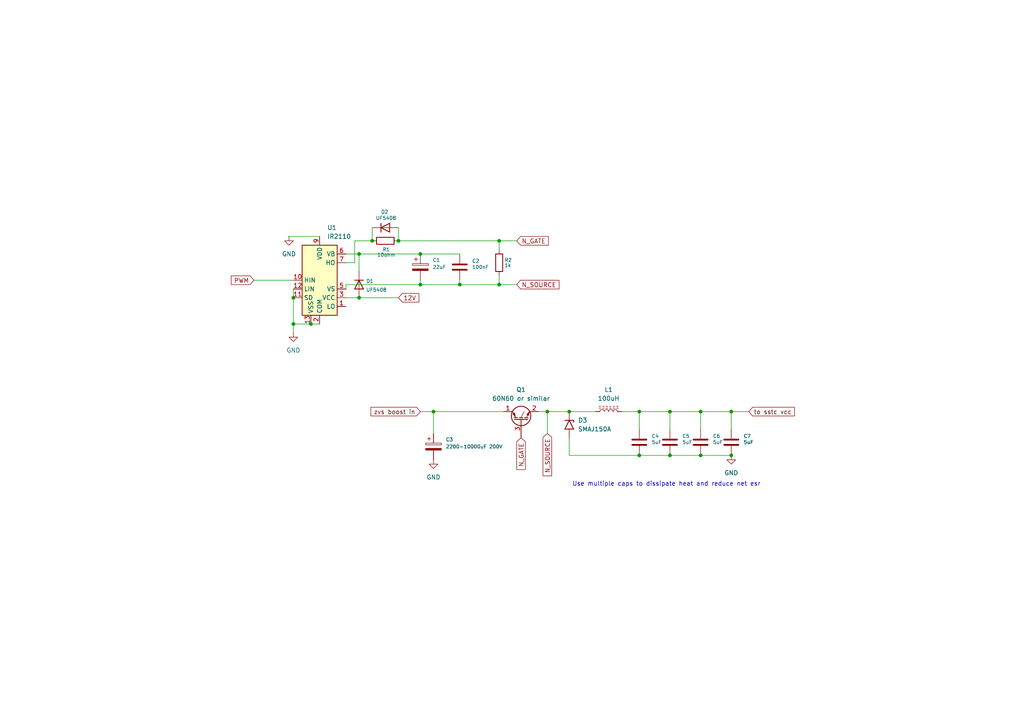
<source format=kicad_sch>
(kicad_sch
	(version 20231120)
	(generator "eeschema")
	(generator_version "8.0")
	(uuid "84b8da75-74e4-49dc-8b83-d4cdfed92ec2")
	(paper "A4")
	(title_block
		(title "QCW asynchronus buck converter")
		(company "Anmol Kumar")
	)
	(lib_symbols
		(symbol "Device:C"
			(pin_numbers hide)
			(pin_names
				(offset 0.254)
			)
			(exclude_from_sim no)
			(in_bom yes)
			(on_board yes)
			(property "Reference" "C"
				(at 0.635 2.54 0)
				(effects
					(font
						(size 1.27 1.27)
					)
					(justify left)
				)
			)
			(property "Value" "C"
				(at 0.635 -2.54 0)
				(effects
					(font
						(size 1.27 1.27)
					)
					(justify left)
				)
			)
			(property "Footprint" ""
				(at 0.9652 -3.81 0)
				(effects
					(font
						(size 1.27 1.27)
					)
					(hide yes)
				)
			)
			(property "Datasheet" "~"
				(at 0 0 0)
				(effects
					(font
						(size 1.27 1.27)
					)
					(hide yes)
				)
			)
			(property "Description" "Unpolarized capacitor"
				(at 0 0 0)
				(effects
					(font
						(size 1.27 1.27)
					)
					(hide yes)
				)
			)
			(property "ki_keywords" "cap capacitor"
				(at 0 0 0)
				(effects
					(font
						(size 1.27 1.27)
					)
					(hide yes)
				)
			)
			(property "ki_fp_filters" "C_*"
				(at 0 0 0)
				(effects
					(font
						(size 1.27 1.27)
					)
					(hide yes)
				)
			)
			(symbol "C_0_1"
				(polyline
					(pts
						(xy -2.032 -0.762) (xy 2.032 -0.762)
					)
					(stroke
						(width 0.508)
						(type default)
					)
					(fill
						(type none)
					)
				)
				(polyline
					(pts
						(xy -2.032 0.762) (xy 2.032 0.762)
					)
					(stroke
						(width 0.508)
						(type default)
					)
					(fill
						(type none)
					)
				)
			)
			(symbol "C_1_1"
				(pin passive line
					(at 0 3.81 270)
					(length 2.794)
					(name "~"
						(effects
							(font
								(size 1.27 1.27)
							)
						)
					)
					(number "1"
						(effects
							(font
								(size 1.27 1.27)
							)
						)
					)
				)
				(pin passive line
					(at 0 -3.81 90)
					(length 2.794)
					(name "~"
						(effects
							(font
								(size 1.27 1.27)
							)
						)
					)
					(number "2"
						(effects
							(font
								(size 1.27 1.27)
							)
						)
					)
				)
			)
		)
		(symbol "Device:C_Polarized"
			(pin_numbers hide)
			(pin_names
				(offset 0.254)
			)
			(exclude_from_sim no)
			(in_bom yes)
			(on_board yes)
			(property "Reference" "C"
				(at 0.635 2.54 0)
				(effects
					(font
						(size 1.27 1.27)
					)
					(justify left)
				)
			)
			(property "Value" "C_Polarized"
				(at 0.635 -2.54 0)
				(effects
					(font
						(size 1.27 1.27)
					)
					(justify left)
				)
			)
			(property "Footprint" ""
				(at 0.9652 -3.81 0)
				(effects
					(font
						(size 1.27 1.27)
					)
					(hide yes)
				)
			)
			(property "Datasheet" "~"
				(at 0 0 0)
				(effects
					(font
						(size 1.27 1.27)
					)
					(hide yes)
				)
			)
			(property "Description" "Polarized capacitor"
				(at 0 0 0)
				(effects
					(font
						(size 1.27 1.27)
					)
					(hide yes)
				)
			)
			(property "ki_keywords" "cap capacitor"
				(at 0 0 0)
				(effects
					(font
						(size 1.27 1.27)
					)
					(hide yes)
				)
			)
			(property "ki_fp_filters" "CP_*"
				(at 0 0 0)
				(effects
					(font
						(size 1.27 1.27)
					)
					(hide yes)
				)
			)
			(symbol "C_Polarized_0_1"
				(rectangle
					(start -2.286 0.508)
					(end 2.286 1.016)
					(stroke
						(width 0)
						(type default)
					)
					(fill
						(type none)
					)
				)
				(polyline
					(pts
						(xy -1.778 2.286) (xy -0.762 2.286)
					)
					(stroke
						(width 0)
						(type default)
					)
					(fill
						(type none)
					)
				)
				(polyline
					(pts
						(xy -1.27 2.794) (xy -1.27 1.778)
					)
					(stroke
						(width 0)
						(type default)
					)
					(fill
						(type none)
					)
				)
				(rectangle
					(start 2.286 -0.508)
					(end -2.286 -1.016)
					(stroke
						(width 0)
						(type default)
					)
					(fill
						(type outline)
					)
				)
			)
			(symbol "C_Polarized_1_1"
				(pin passive line
					(at 0 3.81 270)
					(length 2.794)
					(name "~"
						(effects
							(font
								(size 1.27 1.27)
							)
						)
					)
					(number "1"
						(effects
							(font
								(size 1.27 1.27)
							)
						)
					)
				)
				(pin passive line
					(at 0 -3.81 90)
					(length 2.794)
					(name "~"
						(effects
							(font
								(size 1.27 1.27)
							)
						)
					)
					(number "2"
						(effects
							(font
								(size 1.27 1.27)
							)
						)
					)
				)
			)
		)
		(symbol "Device:L_Ferrite"
			(pin_numbers hide)
			(pin_names
				(offset 1.016) hide)
			(exclude_from_sim no)
			(in_bom yes)
			(on_board yes)
			(property "Reference" "L"
				(at -1.27 0 90)
				(effects
					(font
						(size 1.27 1.27)
					)
				)
			)
			(property "Value" "L_Ferrite"
				(at 2.794 0 90)
				(effects
					(font
						(size 1.27 1.27)
					)
				)
			)
			(property "Footprint" ""
				(at 0 0 0)
				(effects
					(font
						(size 1.27 1.27)
					)
					(hide yes)
				)
			)
			(property "Datasheet" "~"
				(at 0 0 0)
				(effects
					(font
						(size 1.27 1.27)
					)
					(hide yes)
				)
			)
			(property "Description" "Inductor with ferrite core"
				(at 0 0 0)
				(effects
					(font
						(size 1.27 1.27)
					)
					(hide yes)
				)
			)
			(property "ki_keywords" "inductor choke coil reactor magnetic"
				(at 0 0 0)
				(effects
					(font
						(size 1.27 1.27)
					)
					(hide yes)
				)
			)
			(property "ki_fp_filters" "Choke_* *Coil* Inductor_* L_*"
				(at 0 0 0)
				(effects
					(font
						(size 1.27 1.27)
					)
					(hide yes)
				)
			)
			(symbol "L_Ferrite_0_1"
				(arc
					(start 0 -2.54)
					(mid 0.6323 -1.905)
					(end 0 -1.27)
					(stroke
						(width 0)
						(type default)
					)
					(fill
						(type none)
					)
				)
				(arc
					(start 0 -1.27)
					(mid 0.6323 -0.635)
					(end 0 0)
					(stroke
						(width 0)
						(type default)
					)
					(fill
						(type none)
					)
				)
				(polyline
					(pts
						(xy 1.016 -2.794) (xy 1.016 -2.286)
					)
					(stroke
						(width 0)
						(type default)
					)
					(fill
						(type none)
					)
				)
				(polyline
					(pts
						(xy 1.016 -1.778) (xy 1.016 -1.27)
					)
					(stroke
						(width 0)
						(type default)
					)
					(fill
						(type none)
					)
				)
				(polyline
					(pts
						(xy 1.016 -0.762) (xy 1.016 -0.254)
					)
					(stroke
						(width 0)
						(type default)
					)
					(fill
						(type none)
					)
				)
				(polyline
					(pts
						(xy 1.016 0.254) (xy 1.016 0.762)
					)
					(stroke
						(width 0)
						(type default)
					)
					(fill
						(type none)
					)
				)
				(polyline
					(pts
						(xy 1.016 1.27) (xy 1.016 1.778)
					)
					(stroke
						(width 0)
						(type default)
					)
					(fill
						(type none)
					)
				)
				(polyline
					(pts
						(xy 1.016 2.286) (xy 1.016 2.794)
					)
					(stroke
						(width 0)
						(type default)
					)
					(fill
						(type none)
					)
				)
				(polyline
					(pts
						(xy 1.524 -2.286) (xy 1.524 -2.794)
					)
					(stroke
						(width 0)
						(type default)
					)
					(fill
						(type none)
					)
				)
				(polyline
					(pts
						(xy 1.524 -1.27) (xy 1.524 -1.778)
					)
					(stroke
						(width 0)
						(type default)
					)
					(fill
						(type none)
					)
				)
				(polyline
					(pts
						(xy 1.524 -0.254) (xy 1.524 -0.762)
					)
					(stroke
						(width 0)
						(type default)
					)
					(fill
						(type none)
					)
				)
				(polyline
					(pts
						(xy 1.524 0.762) (xy 1.524 0.254)
					)
					(stroke
						(width 0)
						(type default)
					)
					(fill
						(type none)
					)
				)
				(polyline
					(pts
						(xy 1.524 1.778) (xy 1.524 1.27)
					)
					(stroke
						(width 0)
						(type default)
					)
					(fill
						(type none)
					)
				)
				(polyline
					(pts
						(xy 1.524 2.794) (xy 1.524 2.286)
					)
					(stroke
						(width 0)
						(type default)
					)
					(fill
						(type none)
					)
				)
				(arc
					(start 0 0)
					(mid 0.6323 0.635)
					(end 0 1.27)
					(stroke
						(width 0)
						(type default)
					)
					(fill
						(type none)
					)
				)
				(arc
					(start 0 1.27)
					(mid 0.6323 1.905)
					(end 0 2.54)
					(stroke
						(width 0)
						(type default)
					)
					(fill
						(type none)
					)
				)
			)
			(symbol "L_Ferrite_1_1"
				(pin passive line
					(at 0 3.81 270)
					(length 1.27)
					(name "1"
						(effects
							(font
								(size 1.27 1.27)
							)
						)
					)
					(number "1"
						(effects
							(font
								(size 1.27 1.27)
							)
						)
					)
				)
				(pin passive line
					(at 0 -3.81 90)
					(length 1.27)
					(name "2"
						(effects
							(font
								(size 1.27 1.27)
							)
						)
					)
					(number "2"
						(effects
							(font
								(size 1.27 1.27)
							)
						)
					)
				)
			)
		)
		(symbol "Device:Q_NIGBT_CEG"
			(pin_names
				(offset 0) hide)
			(exclude_from_sim no)
			(in_bom yes)
			(on_board yes)
			(property "Reference" "Q"
				(at 5.08 1.27 0)
				(effects
					(font
						(size 1.27 1.27)
					)
					(justify left)
				)
			)
			(property "Value" "Q_NIGBT_CEG"
				(at 5.08 -1.27 0)
				(effects
					(font
						(size 1.27 1.27)
					)
					(justify left)
				)
			)
			(property "Footprint" ""
				(at 5.08 2.54 0)
				(effects
					(font
						(size 1.27 1.27)
					)
					(hide yes)
				)
			)
			(property "Datasheet" "~"
				(at 0 0 0)
				(effects
					(font
						(size 1.27 1.27)
					)
					(hide yes)
				)
			)
			(property "Description" "N-IGBT transistor, collector/emitter/gate"
				(at 0 0 0)
				(effects
					(font
						(size 1.27 1.27)
					)
					(hide yes)
				)
			)
			(property "ki_keywords" "transistor IGBT N-IGBT"
				(at 0 0 0)
				(effects
					(font
						(size 1.27 1.27)
					)
					(hide yes)
				)
			)
			(symbol "Q_NIGBT_CEG_0_1"
				(polyline
					(pts
						(xy 0.762 -1.016) (xy 0.762 -2.032)
					)
					(stroke
						(width 0.254)
						(type default)
					)
					(fill
						(type none)
					)
				)
				(polyline
					(pts
						(xy 0.762 0.508) (xy 0.762 -0.508)
					)
					(stroke
						(width 0.254)
						(type default)
					)
					(fill
						(type none)
					)
				)
				(polyline
					(pts
						(xy 0.762 2.032) (xy 0.762 1.016)
					)
					(stroke
						(width 0.254)
						(type default)
					)
					(fill
						(type none)
					)
				)
				(polyline
					(pts
						(xy 2.54 -2.413) (xy 0.762 -1.524)
					)
					(stroke
						(width 0)
						(type default)
					)
					(fill
						(type none)
					)
				)
				(polyline
					(pts
						(xy 2.54 -0.889) (xy 0.762 0)
					)
					(stroke
						(width 0)
						(type default)
					)
					(fill
						(type none)
					)
				)
				(polyline
					(pts
						(xy 2.54 2.413) (xy 0.762 1.524)
					)
					(stroke
						(width 0)
						(type default)
					)
					(fill
						(type none)
					)
				)
				(polyline
					(pts
						(xy 0.254 1.905) (xy 0.254 -1.905) (xy 0.254 -1.905)
					)
					(stroke
						(width 0.254)
						(type default)
					)
					(fill
						(type none)
					)
				)
				(polyline
					(pts
						(xy 1.397 -2.159) (xy 1.651 -1.651) (xy 2.54 -2.413) (xy 1.397 -2.159)
					)
					(stroke
						(width 0)
						(type default)
					)
					(fill
						(type outline)
					)
				)
				(polyline
					(pts
						(xy 2.159 1.905) (xy 1.905 2.413) (xy 1.016 1.651) (xy 2.159 1.905)
					)
					(stroke
						(width 0)
						(type default)
					)
					(fill
						(type outline)
					)
				)
				(circle
					(center 1.27 0)
					(radius 2.8194)
					(stroke
						(width 0.254)
						(type default)
					)
					(fill
						(type none)
					)
				)
			)
			(symbol "Q_NIGBT_CEG_1_1"
				(pin passive line
					(at 2.54 5.08 270)
					(length 2.54)
					(name "C"
						(effects
							(font
								(size 1.27 1.27)
							)
						)
					)
					(number "1"
						(effects
							(font
								(size 1.27 1.27)
							)
						)
					)
				)
				(pin passive line
					(at 2.54 -5.08 90)
					(length 2.54)
					(name "E"
						(effects
							(font
								(size 1.27 1.27)
							)
						)
					)
					(number "2"
						(effects
							(font
								(size 1.27 1.27)
							)
						)
					)
				)
				(pin input line
					(at -5.08 0 0)
					(length 5.334)
					(name "G"
						(effects
							(font
								(size 1.27 1.27)
							)
						)
					)
					(number "3"
						(effects
							(font
								(size 1.27 1.27)
							)
						)
					)
				)
			)
		)
		(symbol "Device:R"
			(pin_numbers hide)
			(pin_names
				(offset 0)
			)
			(exclude_from_sim no)
			(in_bom yes)
			(on_board yes)
			(property "Reference" "R"
				(at 2.032 0 90)
				(effects
					(font
						(size 1.27 1.27)
					)
				)
			)
			(property "Value" "R"
				(at 0 0 90)
				(effects
					(font
						(size 1.27 1.27)
					)
				)
			)
			(property "Footprint" ""
				(at -1.778 0 90)
				(effects
					(font
						(size 1.27 1.27)
					)
					(hide yes)
				)
			)
			(property "Datasheet" "~"
				(at 0 0 0)
				(effects
					(font
						(size 1.27 1.27)
					)
					(hide yes)
				)
			)
			(property "Description" "Resistor"
				(at 0 0 0)
				(effects
					(font
						(size 1.27 1.27)
					)
					(hide yes)
				)
			)
			(property "ki_keywords" "R res resistor"
				(at 0 0 0)
				(effects
					(font
						(size 1.27 1.27)
					)
					(hide yes)
				)
			)
			(property "ki_fp_filters" "R_*"
				(at 0 0 0)
				(effects
					(font
						(size 1.27 1.27)
					)
					(hide yes)
				)
			)
			(symbol "R_0_1"
				(rectangle
					(start -1.016 -2.54)
					(end 1.016 2.54)
					(stroke
						(width 0.254)
						(type default)
					)
					(fill
						(type none)
					)
				)
			)
			(symbol "R_1_1"
				(pin passive line
					(at 0 3.81 270)
					(length 1.27)
					(name "~"
						(effects
							(font
								(size 1.27 1.27)
							)
						)
					)
					(number "1"
						(effects
							(font
								(size 1.27 1.27)
							)
						)
					)
				)
				(pin passive line
					(at 0 -3.81 90)
					(length 1.27)
					(name "~"
						(effects
							(font
								(size 1.27 1.27)
							)
						)
					)
					(number "2"
						(effects
							(font
								(size 1.27 1.27)
							)
						)
					)
				)
			)
		)
		(symbol "Diode:SMAJ150A"
			(pin_numbers hide)
			(pin_names
				(offset 1.016) hide)
			(exclude_from_sim no)
			(in_bom yes)
			(on_board yes)
			(property "Reference" "D"
				(at 0 2.54 0)
				(effects
					(font
						(size 1.27 1.27)
					)
				)
			)
			(property "Value" "SMAJ150A"
				(at 0 -2.54 0)
				(effects
					(font
						(size 1.27 1.27)
					)
				)
			)
			(property "Footprint" "Diode_SMD:D_SMA"
				(at 0 -5.08 0)
				(effects
					(font
						(size 1.27 1.27)
					)
					(hide yes)
				)
			)
			(property "Datasheet" "https://www.littelfuse.com/media?resourcetype=datasheets&itemid=75e32973-b177-4ee3-a0ff-cedaf1abdb93&filename=smaj-datasheet"
				(at -1.27 0 0)
				(effects
					(font
						(size 1.27 1.27)
					)
					(hide yes)
				)
			)
			(property "Description" "400W unidirectional Transient Voltage Suppressor, 150.0Vr, SMA(DO-214AC)"
				(at 0 0 0)
				(effects
					(font
						(size 1.27 1.27)
					)
					(hide yes)
				)
			)
			(property "ki_keywords" "unidirectional diode TVS voltage suppressor"
				(at 0 0 0)
				(effects
					(font
						(size 1.27 1.27)
					)
					(hide yes)
				)
			)
			(property "ki_fp_filters" "D*SMA*"
				(at 0 0 0)
				(effects
					(font
						(size 1.27 1.27)
					)
					(hide yes)
				)
			)
			(symbol "SMAJ150A_0_1"
				(polyline
					(pts
						(xy -0.762 1.27) (xy -1.27 1.27) (xy -1.27 -1.27)
					)
					(stroke
						(width 0.254)
						(type default)
					)
					(fill
						(type none)
					)
				)
				(polyline
					(pts
						(xy 1.27 1.27) (xy 1.27 -1.27) (xy -1.27 0) (xy 1.27 1.27)
					)
					(stroke
						(width 0.254)
						(type default)
					)
					(fill
						(type none)
					)
				)
			)
			(symbol "SMAJ150A_1_1"
				(pin passive line
					(at -3.81 0 0)
					(length 2.54)
					(name "A1"
						(effects
							(font
								(size 1.27 1.27)
							)
						)
					)
					(number "1"
						(effects
							(font
								(size 1.27 1.27)
							)
						)
					)
				)
				(pin passive line
					(at 3.81 0 180)
					(length 2.54)
					(name "A2"
						(effects
							(font
								(size 1.27 1.27)
							)
						)
					)
					(number "2"
						(effects
							(font
								(size 1.27 1.27)
							)
						)
					)
				)
			)
		)
		(symbol "Diode:UF5408"
			(pin_numbers hide)
			(pin_names hide)
			(exclude_from_sim no)
			(in_bom yes)
			(on_board yes)
			(property "Reference" "D"
				(at 0 2.54 0)
				(effects
					(font
						(size 1.27 1.27)
					)
				)
			)
			(property "Value" "UF5408"
				(at 0 -2.54 0)
				(effects
					(font
						(size 1.27 1.27)
					)
				)
			)
			(property "Footprint" "Diode_THT:D_DO-201AD_P15.24mm_Horizontal"
				(at 0 -4.445 0)
				(effects
					(font
						(size 1.27 1.27)
					)
					(hide yes)
				)
			)
			(property "Datasheet" "http://www.vishay.com/docs/88756/uf5400.pdf"
				(at 0 0 0)
				(effects
					(font
						(size 1.27 1.27)
					)
					(hide yes)
				)
			)
			(property "Description" "1000V 3A Soft Recovery Ultrafast Rectifier Diode, DO-201AD"
				(at 0 0 0)
				(effects
					(font
						(size 1.27 1.27)
					)
					(hide yes)
				)
			)
			(property "Sim.Device" "D"
				(at 0 0 0)
				(effects
					(font
						(size 1.27 1.27)
					)
					(hide yes)
				)
			)
			(property "Sim.Pins" "1=K 2=A"
				(at 0 0 0)
				(effects
					(font
						(size 1.27 1.27)
					)
					(hide yes)
				)
			)
			(property "ki_keywords" "diode"
				(at 0 0 0)
				(effects
					(font
						(size 1.27 1.27)
					)
					(hide yes)
				)
			)
			(property "ki_fp_filters" "D*DO?201AD*"
				(at 0 0 0)
				(effects
					(font
						(size 1.27 1.27)
					)
					(hide yes)
				)
			)
			(symbol "UF5408_0_1"
				(polyline
					(pts
						(xy -1.27 1.27) (xy -1.27 -1.27)
					)
					(stroke
						(width 0.254)
						(type default)
					)
					(fill
						(type none)
					)
				)
				(polyline
					(pts
						(xy 1.27 0) (xy -1.27 0)
					)
					(stroke
						(width 0)
						(type default)
					)
					(fill
						(type none)
					)
				)
				(polyline
					(pts
						(xy 1.27 1.27) (xy 1.27 -1.27) (xy -1.27 0) (xy 1.27 1.27)
					)
					(stroke
						(width 0.254)
						(type default)
					)
					(fill
						(type none)
					)
				)
			)
			(symbol "UF5408_1_1"
				(pin passive line
					(at -3.81 0 0)
					(length 2.54)
					(name "K"
						(effects
							(font
								(size 1.27 1.27)
							)
						)
					)
					(number "1"
						(effects
							(font
								(size 1.27 1.27)
							)
						)
					)
				)
				(pin passive line
					(at 3.81 0 180)
					(length 2.54)
					(name "A"
						(effects
							(font
								(size 1.27 1.27)
							)
						)
					)
					(number "2"
						(effects
							(font
								(size 1.27 1.27)
							)
						)
					)
				)
			)
		)
		(symbol "Driver_FET:IR2110"
			(exclude_from_sim no)
			(in_bom yes)
			(on_board yes)
			(property "Reference" "U"
				(at 1.27 13.335 0)
				(effects
					(font
						(size 1.27 1.27)
					)
					(justify left)
				)
			)
			(property "Value" "IR2110"
				(at 1.27 11.43 0)
				(effects
					(font
						(size 1.27 1.27)
					)
					(justify left)
				)
			)
			(property "Footprint" "Package_DIP:DIP-14_W7.62mm"
				(at 0 0 0)
				(effects
					(font
						(size 1.27 1.27)
						(italic yes)
					)
					(hide yes)
				)
			)
			(property "Datasheet" "https://www.infineon.com/dgdl/ir2110.pdf?fileId=5546d462533600a4015355c80333167e"
				(at 0 0 0)
				(effects
					(font
						(size 1.27 1.27)
					)
					(hide yes)
				)
			)
			(property "Description" "High and Low Side Driver, 500V, 2.0/2.0A, PDIP-14"
				(at 0 0 0)
				(effects
					(font
						(size 1.27 1.27)
					)
					(hide yes)
				)
			)
			(property "ki_keywords" "Gate Driver"
				(at 0 0 0)
				(effects
					(font
						(size 1.27 1.27)
					)
					(hide yes)
				)
			)
			(property "ki_fp_filters" "DIP*W7.62mm*"
				(at 0 0 0)
				(effects
					(font
						(size 1.27 1.27)
					)
					(hide yes)
				)
			)
			(symbol "IR2110_0_1"
				(rectangle
					(start -5.08 -10.16)
					(end 5.08 10.16)
					(stroke
						(width 0.254)
						(type default)
					)
					(fill
						(type background)
					)
				)
			)
			(symbol "IR2110_1_1"
				(pin output line
					(at 7.62 -7.62 180)
					(length 2.54)
					(name "LO"
						(effects
							(font
								(size 1.27 1.27)
							)
						)
					)
					(number "1"
						(effects
							(font
								(size 1.27 1.27)
							)
						)
					)
				)
				(pin input line
					(at -7.62 0 0)
					(length 2.54)
					(name "HIN"
						(effects
							(font
								(size 1.27 1.27)
							)
						)
					)
					(number "10"
						(effects
							(font
								(size 1.27 1.27)
							)
						)
					)
				)
				(pin input line
					(at -7.62 -5.08 0)
					(length 2.54)
					(name "SD"
						(effects
							(font
								(size 1.27 1.27)
							)
						)
					)
					(number "11"
						(effects
							(font
								(size 1.27 1.27)
							)
						)
					)
				)
				(pin input line
					(at -7.62 -2.54 0)
					(length 2.54)
					(name "LIN"
						(effects
							(font
								(size 1.27 1.27)
							)
						)
					)
					(number "12"
						(effects
							(font
								(size 1.27 1.27)
							)
						)
					)
				)
				(pin power_in line
					(at -2.54 -12.7 90)
					(length 2.54)
					(name "VSS"
						(effects
							(font
								(size 1.27 1.27)
							)
						)
					)
					(number "13"
						(effects
							(font
								(size 1.27 1.27)
							)
						)
					)
				)
				(pin no_connect line
					(at -5.08 2.54 0)
					(length 2.54) hide
					(name "NC"
						(effects
							(font
								(size 1.27 1.27)
							)
						)
					)
					(number "14"
						(effects
							(font
								(size 1.27 1.27)
							)
						)
					)
				)
				(pin power_in line
					(at 0 -12.7 90)
					(length 2.54)
					(name "COM"
						(effects
							(font
								(size 1.27 1.27)
							)
						)
					)
					(number "2"
						(effects
							(font
								(size 1.27 1.27)
							)
						)
					)
				)
				(pin power_in line
					(at 7.62 -5.08 180)
					(length 2.54)
					(name "VCC"
						(effects
							(font
								(size 1.27 1.27)
							)
						)
					)
					(number "3"
						(effects
							(font
								(size 1.27 1.27)
							)
						)
					)
				)
				(pin no_connect line
					(at -5.08 7.62 0)
					(length 2.54) hide
					(name "NC"
						(effects
							(font
								(size 1.27 1.27)
							)
						)
					)
					(number "4"
						(effects
							(font
								(size 1.27 1.27)
							)
						)
					)
				)
				(pin passive line
					(at 7.62 -2.54 180)
					(length 2.54)
					(name "VS"
						(effects
							(font
								(size 1.27 1.27)
							)
						)
					)
					(number "5"
						(effects
							(font
								(size 1.27 1.27)
							)
						)
					)
				)
				(pin passive line
					(at 7.62 7.62 180)
					(length 2.54)
					(name "VB"
						(effects
							(font
								(size 1.27 1.27)
							)
						)
					)
					(number "6"
						(effects
							(font
								(size 1.27 1.27)
							)
						)
					)
				)
				(pin output line
					(at 7.62 5.08 180)
					(length 2.54)
					(name "HO"
						(effects
							(font
								(size 1.27 1.27)
							)
						)
					)
					(number "7"
						(effects
							(font
								(size 1.27 1.27)
							)
						)
					)
				)
				(pin no_connect line
					(at -5.08 5.08 0)
					(length 2.54) hide
					(name "NC"
						(effects
							(font
								(size 1.27 1.27)
							)
						)
					)
					(number "8"
						(effects
							(font
								(size 1.27 1.27)
							)
						)
					)
				)
				(pin power_in line
					(at 0 12.7 270)
					(length 2.54)
					(name "VDD"
						(effects
							(font
								(size 1.27 1.27)
							)
						)
					)
					(number "9"
						(effects
							(font
								(size 1.27 1.27)
							)
						)
					)
				)
			)
		)
		(symbol "power:GND"
			(power)
			(pin_numbers hide)
			(pin_names
				(offset 0) hide)
			(exclude_from_sim no)
			(in_bom yes)
			(on_board yes)
			(property "Reference" "#PWR"
				(at 0 -6.35 0)
				(effects
					(font
						(size 1.27 1.27)
					)
					(hide yes)
				)
			)
			(property "Value" "GND"
				(at 0 -3.81 0)
				(effects
					(font
						(size 1.27 1.27)
					)
				)
			)
			(property "Footprint" ""
				(at 0 0 0)
				(effects
					(font
						(size 1.27 1.27)
					)
					(hide yes)
				)
			)
			(property "Datasheet" ""
				(at 0 0 0)
				(effects
					(font
						(size 1.27 1.27)
					)
					(hide yes)
				)
			)
			(property "Description" "Power symbol creates a global label with name \"GND\" , ground"
				(at 0 0 0)
				(effects
					(font
						(size 1.27 1.27)
					)
					(hide yes)
				)
			)
			(property "ki_keywords" "global power"
				(at 0 0 0)
				(effects
					(font
						(size 1.27 1.27)
					)
					(hide yes)
				)
			)
			(symbol "GND_0_1"
				(polyline
					(pts
						(xy 0 0) (xy 0 -1.27) (xy 1.27 -1.27) (xy 0 -2.54) (xy -1.27 -1.27) (xy 0 -1.27)
					)
					(stroke
						(width 0)
						(type default)
					)
					(fill
						(type none)
					)
				)
			)
			(symbol "GND_1_1"
				(pin power_in line
					(at 0 0 270)
					(length 0)
					(name "~"
						(effects
							(font
								(size 1.27 1.27)
							)
						)
					)
					(number "1"
						(effects
							(font
								(size 1.27 1.27)
							)
						)
					)
				)
			)
		)
	)
	(junction
		(at 125.73 119.38)
		(diameter 0)
		(color 0 0 0 0)
		(uuid "2e00b73b-ca65-4774-a8e9-b1886b24bd89")
	)
	(junction
		(at 144.78 69.85)
		(diameter 0)
		(color 0 0 0 0)
		(uuid "3ab06064-34ee-4b00-a893-395a84ed2ca7")
	)
	(junction
		(at 104.14 73.66)
		(diameter 0)
		(color 0 0 0 0)
		(uuid "3b81a0dc-c049-4af6-8d6b-d5c991141417")
	)
	(junction
		(at 194.31 132.08)
		(diameter 0)
		(color 0 0 0 0)
		(uuid "3c30bf0b-b34f-4fcd-8ce3-12978a7e61cc")
	)
	(junction
		(at 144.78 82.55)
		(diameter 0)
		(color 0 0 0 0)
		(uuid "3dce5715-a69a-42d0-b1ff-ed26831e0d90")
	)
	(junction
		(at 115.57 69.85)
		(diameter 0)
		(color 0 0 0 0)
		(uuid "4951a3de-436a-46fc-99bd-8e1b98705936")
	)
	(junction
		(at 185.42 132.08)
		(diameter 0)
		(color 0 0 0 0)
		(uuid "53a7e8b8-586e-48af-a937-86382fbfc692")
	)
	(junction
		(at 212.09 119.38)
		(diameter 0)
		(color 0 0 0 0)
		(uuid "53c2a26b-179d-4149-9e7d-06dcacbcca65")
	)
	(junction
		(at 165.1 119.38)
		(diameter 0)
		(color 0 0 0 0)
		(uuid "5b2808af-99d0-4901-8e91-3408f3a33605")
	)
	(junction
		(at 121.92 82.55)
		(diameter 0)
		(color 0 0 0 0)
		(uuid "5c5723ad-5a21-46ba-84b4-3ef0d00ac6ea")
	)
	(junction
		(at 85.09 86.36)
		(diameter 0)
		(color 0 0 0 0)
		(uuid "70395744-2f6d-43f6-af65-13b156bee004")
	)
	(junction
		(at 194.31 119.38)
		(diameter 0)
		(color 0 0 0 0)
		(uuid "7568cd6a-70e3-4ce7-bb33-e59434a5dc11")
	)
	(junction
		(at 90.17 93.98)
		(diameter 0)
		(color 0 0 0 0)
		(uuid "84616d8f-4d07-4a5f-abf0-9c17e807aac2")
	)
	(junction
		(at 203.2 119.38)
		(diameter 0)
		(color 0 0 0 0)
		(uuid "a03bda59-3d05-41fb-9f0e-fe12114f9f61")
	)
	(junction
		(at 104.14 86.36)
		(diameter 0)
		(color 0 0 0 0)
		(uuid "b330a912-758e-4718-a2df-70acc8fd777f")
	)
	(junction
		(at 212.09 132.08)
		(diameter 0)
		(color 0 0 0 0)
		(uuid "b34debae-2365-4b53-9d45-6f0c4f8d8cea")
	)
	(junction
		(at 133.35 82.55)
		(diameter 0)
		(color 0 0 0 0)
		(uuid "cf77a382-3828-454f-88db-1f12e170bd41")
	)
	(junction
		(at 185.42 119.38)
		(diameter 0)
		(color 0 0 0 0)
		(uuid "df43b7b7-7dc2-49a2-bbbf-49005e3f971b")
	)
	(junction
		(at 158.75 119.38)
		(diameter 0)
		(color 0 0 0 0)
		(uuid "e356e69a-4578-4852-b7a3-d2abdf98fe4a")
	)
	(junction
		(at 121.92 73.66)
		(diameter 0)
		(color 0 0 0 0)
		(uuid "eb208f5e-fde8-4bbc-89f4-b764f587adbe")
	)
	(junction
		(at 107.95 69.85)
		(diameter 0)
		(color 0 0 0 0)
		(uuid "ed46cd88-b1ec-46aa-a125-1a141e5236a3")
	)
	(junction
		(at 203.2 132.08)
		(diameter 0)
		(color 0 0 0 0)
		(uuid "f26f81bf-cbbe-4842-9e6b-f76e7e5fcc97")
	)
	(junction
		(at 85.09 93.98)
		(diameter 0)
		(color 0 0 0 0)
		(uuid "f7f08a3a-97a8-4efb-98ea-554ad9fb8313")
	)
	(wire
		(pts
			(xy 100.33 73.66) (xy 104.14 73.66)
		)
		(stroke
			(width 0)
			(type default)
		)
		(uuid "0274695d-293d-464b-ae34-c4ac7cef1bd2")
	)
	(wire
		(pts
			(xy 165.1 119.38) (xy 172.72 119.38)
		)
		(stroke
			(width 0)
			(type default)
		)
		(uuid "03014e5c-6a90-4026-84bf-4cf872908283")
	)
	(wire
		(pts
			(xy 217.17 119.38) (xy 212.09 119.38)
		)
		(stroke
			(width 0)
			(type default)
		)
		(uuid "111776ca-4248-47a8-8fc1-af3dd74bde65")
	)
	(wire
		(pts
			(xy 121.92 73.66) (xy 133.35 73.66)
		)
		(stroke
			(width 0)
			(type default)
		)
		(uuid "160812d7-03a3-48e5-8b10-c4d7838f7cb5")
	)
	(wire
		(pts
			(xy 104.14 86.36) (xy 115.57 86.36)
		)
		(stroke
			(width 0)
			(type default)
		)
		(uuid "1e647da8-ba97-4e86-bd39-bbfd6206e055")
	)
	(wire
		(pts
			(xy 133.35 82.55) (xy 133.35 81.28)
		)
		(stroke
			(width 0)
			(type default)
		)
		(uuid "21b5aa0b-7a65-4cc7-9613-72e011a55bbb")
	)
	(wire
		(pts
			(xy 100.33 82.55) (xy 121.92 82.55)
		)
		(stroke
			(width 0)
			(type default)
		)
		(uuid "2f0e0357-f947-4181-b967-8eb5470e812a")
	)
	(wire
		(pts
			(xy 121.92 82.55) (xy 133.35 82.55)
		)
		(stroke
			(width 0)
			(type default)
		)
		(uuid "3045442e-3ce5-484b-bbe0-f5ac78e6ad13")
	)
	(wire
		(pts
			(xy 100.33 76.2) (xy 102.87 76.2)
		)
		(stroke
			(width 0)
			(type default)
		)
		(uuid "47382f66-3904-450f-9774-7bd5a2697bfb")
	)
	(wire
		(pts
			(xy 158.75 119.38) (xy 158.75 125.73)
		)
		(stroke
			(width 0)
			(type default)
		)
		(uuid "4c29f5fa-d5d1-4881-8e05-6bbd41f32f25")
	)
	(wire
		(pts
			(xy 107.95 66.04) (xy 107.95 69.85)
		)
		(stroke
			(width 0)
			(type default)
		)
		(uuid "598e09a8-75b0-4e80-be7d-924959353ae7")
	)
	(wire
		(pts
			(xy 144.78 80.01) (xy 144.78 82.55)
		)
		(stroke
			(width 0)
			(type default)
		)
		(uuid "5f2bab56-76ae-4735-b2cd-89a607386047")
	)
	(wire
		(pts
			(xy 121.92 81.28) (xy 121.92 82.55)
		)
		(stroke
			(width 0)
			(type default)
		)
		(uuid "646e990c-abb9-4c85-bfa7-541a00999f91")
	)
	(wire
		(pts
			(xy 144.78 82.55) (xy 149.86 82.55)
		)
		(stroke
			(width 0)
			(type default)
		)
		(uuid "651cd052-1b7a-4065-9de6-ee06cf8813a1")
	)
	(wire
		(pts
			(xy 203.2 119.38) (xy 212.09 119.38)
		)
		(stroke
			(width 0)
			(type default)
		)
		(uuid "6538e58d-ec91-4eb5-8246-9daa6f506c22")
	)
	(wire
		(pts
			(xy 194.31 119.38) (xy 203.2 119.38)
		)
		(stroke
			(width 0)
			(type default)
		)
		(uuid "7d907621-713c-4e37-9a0d-32778ba7d8ab")
	)
	(wire
		(pts
			(xy 121.92 119.38) (xy 125.73 119.38)
		)
		(stroke
			(width 0)
			(type default)
		)
		(uuid "87c740ea-ce52-422d-a6d5-bcbe4dbfb7ea")
	)
	(wire
		(pts
			(xy 144.78 69.85) (xy 149.86 69.85)
		)
		(stroke
			(width 0)
			(type default)
		)
		(uuid "8c234d1c-0bfe-41a4-b82a-a1797d153de6")
	)
	(wire
		(pts
			(xy 194.31 132.08) (xy 203.2 132.08)
		)
		(stroke
			(width 0)
			(type default)
		)
		(uuid "8ecaa928-3ed7-4147-8a00-b201ced9e743")
	)
	(wire
		(pts
			(xy 115.57 69.85) (xy 144.78 69.85)
		)
		(stroke
			(width 0)
			(type default)
		)
		(uuid "9354ebf8-948b-45a2-a217-6b377c0b6c51")
	)
	(wire
		(pts
			(xy 203.2 132.08) (xy 212.09 132.08)
		)
		(stroke
			(width 0)
			(type default)
		)
		(uuid "9603040d-f67b-45e6-8871-c0a3d37d58ad")
	)
	(wire
		(pts
			(xy 125.73 119.38) (xy 146.05 119.38)
		)
		(stroke
			(width 0)
			(type default)
		)
		(uuid "995d1e73-e77d-4025-9596-8f906f03fac9")
	)
	(wire
		(pts
			(xy 85.09 93.98) (xy 90.17 93.98)
		)
		(stroke
			(width 0)
			(type default)
		)
		(uuid "9b031c04-f619-47a6-898a-67e9143aa687")
	)
	(wire
		(pts
			(xy 104.14 73.66) (xy 104.14 78.74)
		)
		(stroke
			(width 0)
			(type default)
		)
		(uuid "9cbbfec7-b675-48fe-aa65-07144f0ceee1")
	)
	(wire
		(pts
			(xy 212.09 119.38) (xy 212.09 124.46)
		)
		(stroke
			(width 0)
			(type default)
		)
		(uuid "a7db94b0-2911-4be3-bbb9-e3098b24a904")
	)
	(wire
		(pts
			(xy 83.82 68.58) (xy 92.71 68.58)
		)
		(stroke
			(width 0)
			(type default)
		)
		(uuid "a7ed42c1-8c5e-4ece-aaa5-c7666a94bfba")
	)
	(wire
		(pts
			(xy 158.75 119.38) (xy 165.1 119.38)
		)
		(stroke
			(width 0)
			(type default)
		)
		(uuid "abe93bba-83a1-4855-b0c6-6f9a068df1d0")
	)
	(wire
		(pts
			(xy 194.31 119.38) (xy 194.31 124.46)
		)
		(stroke
			(width 0)
			(type default)
		)
		(uuid "af0e9131-0ae2-4fb8-b500-d3f4beb3a9c6")
	)
	(wire
		(pts
			(xy 85.09 96.52) (xy 85.09 93.98)
		)
		(stroke
			(width 0)
			(type default)
		)
		(uuid "b573f86e-0e35-4303-9122-61e668cde1a7")
	)
	(wire
		(pts
			(xy 100.33 83.82) (xy 100.33 82.55)
		)
		(stroke
			(width 0)
			(type default)
		)
		(uuid "b724c8c5-23fe-41ab-ba41-3d589a124b59")
	)
	(wire
		(pts
			(xy 85.09 83.82) (xy 85.09 86.36)
		)
		(stroke
			(width 0)
			(type default)
		)
		(uuid "bba01efc-71ef-4e43-a2fd-a61d081f61bc")
	)
	(wire
		(pts
			(xy 180.34 119.38) (xy 185.42 119.38)
		)
		(stroke
			(width 0)
			(type default)
		)
		(uuid "c0d8499a-fafb-4837-8f93-58385d72beee")
	)
	(wire
		(pts
			(xy 156.21 119.38) (xy 158.75 119.38)
		)
		(stroke
			(width 0)
			(type default)
		)
		(uuid "c14af2c4-a206-440b-8bb5-09f150b398d1")
	)
	(wire
		(pts
			(xy 185.42 132.08) (xy 194.31 132.08)
		)
		(stroke
			(width 0)
			(type default)
		)
		(uuid "c20643d9-588f-4eec-9741-88becf90d604")
	)
	(wire
		(pts
			(xy 115.57 66.04) (xy 115.57 69.85)
		)
		(stroke
			(width 0)
			(type default)
		)
		(uuid "c52b4755-60c6-474e-ab0b-c3d5f7e7008d")
	)
	(wire
		(pts
			(xy 185.42 119.38) (xy 194.31 119.38)
		)
		(stroke
			(width 0)
			(type default)
		)
		(uuid "c936b52c-8acd-4c0f-802d-d0120ce5dd76")
	)
	(wire
		(pts
			(xy 165.1 127) (xy 165.1 132.08)
		)
		(stroke
			(width 0)
			(type default)
		)
		(uuid "c93be44f-b3fb-4386-9087-1cb32236b5a7")
	)
	(wire
		(pts
			(xy 133.35 82.55) (xy 144.78 82.55)
		)
		(stroke
			(width 0)
			(type default)
		)
		(uuid "d898a104-71ae-4dbe-a179-2ead4ddf3af9")
	)
	(wire
		(pts
			(xy 165.1 132.08) (xy 185.42 132.08)
		)
		(stroke
			(width 0)
			(type default)
		)
		(uuid "daaccca2-2b87-42ca-b1b8-adf9accb171a")
	)
	(wire
		(pts
			(xy 90.17 93.98) (xy 92.71 93.98)
		)
		(stroke
			(width 0)
			(type default)
		)
		(uuid "dcf9b1a4-13cc-422c-94d7-0b75d696b3bd")
	)
	(wire
		(pts
			(xy 102.87 76.2) (xy 102.87 69.85)
		)
		(stroke
			(width 0)
			(type default)
		)
		(uuid "e2fff313-4da0-4588-be80-8327727103c2")
	)
	(wire
		(pts
			(xy 85.09 86.36) (xy 85.09 93.98)
		)
		(stroke
			(width 0)
			(type default)
		)
		(uuid "e795903a-b791-47ad-8786-acc8447f43c7")
	)
	(wire
		(pts
			(xy 144.78 69.85) (xy 144.78 72.39)
		)
		(stroke
			(width 0)
			(type default)
		)
		(uuid "e7d69d93-02ba-4ec3-bc13-c85636f9dd70")
	)
	(wire
		(pts
			(xy 185.42 119.38) (xy 185.42 124.46)
		)
		(stroke
			(width 0)
			(type default)
		)
		(uuid "ea476395-fd52-4712-9b9c-17ff10dc96bd")
	)
	(wire
		(pts
			(xy 125.73 119.38) (xy 125.73 125.73)
		)
		(stroke
			(width 0)
			(type default)
		)
		(uuid "ee73ac59-b33c-4836-8d30-237a7e3e532c")
	)
	(wire
		(pts
			(xy 73.66 81.28) (xy 85.09 81.28)
		)
		(stroke
			(width 0)
			(type default)
		)
		(uuid "ee7beed4-f56e-4d94-ac38-34447c2edc26")
	)
	(wire
		(pts
			(xy 104.14 73.66) (xy 121.92 73.66)
		)
		(stroke
			(width 0)
			(type default)
		)
		(uuid "f31f137c-9048-4d3d-a9f8-567374c43b24")
	)
	(wire
		(pts
			(xy 100.33 86.36) (xy 104.14 86.36)
		)
		(stroke
			(width 0)
			(type default)
		)
		(uuid "fa8cab92-6ea8-4dba-bca7-3d0f871d7a21")
	)
	(wire
		(pts
			(xy 102.87 69.85) (xy 107.95 69.85)
		)
		(stroke
			(width 0)
			(type default)
		)
		(uuid "fd28de33-3240-456f-8664-6f645fa86dd0")
	)
	(wire
		(pts
			(xy 203.2 124.46) (xy 203.2 119.38)
		)
		(stroke
			(width 0)
			(type default)
		)
		(uuid "fd4b7259-4617-4c1e-8534-45829988ea1e")
	)
	(text "Use multiple caps to dissipate heat and reduce net esr"
		(exclude_from_sim no)
		(at 193.294 140.462 0)
		(effects
			(font
				(size 1.27 1.27)
			)
		)
		(uuid "a1e50cd4-c140-49d2-89c4-f935dc5acf77")
	)
	(global_label "PWM"
		(shape input)
		(at 73.66 81.28 180)
		(fields_autoplaced yes)
		(effects
			(font
				(size 1.27 1.27)
			)
			(justify right)
		)
		(uuid "2e46c751-e7fa-4f87-ba3e-097c7c0c2f62")
		(property "Intersheetrefs" "${INTERSHEET_REFS}"
			(at 66.502 81.28 0)
			(effects
				(font
					(size 1.27 1.27)
				)
				(justify right)
				(hide yes)
			)
		)
	)
	(global_label "N_GATE"
		(shape input)
		(at 151.13 127 270)
		(fields_autoplaced yes)
		(effects
			(font
				(size 1.27 1.27)
			)
			(justify right)
		)
		(uuid "4ed8c6b0-81fc-4071-9f77-97f057cdb512")
		(property "Intersheetrefs" "${INTERSHEET_REFS}"
			(at 151.13 136.7585 90)
			(effects
				(font
					(size 1.27 1.27)
				)
				(justify right)
				(hide yes)
			)
		)
	)
	(global_label "zvs boost in"
		(shape input)
		(at 121.92 119.38 180)
		(fields_autoplaced yes)
		(effects
			(font
				(size 1.27 1.27)
			)
			(justify right)
		)
		(uuid "921cccce-6ff9-4a73-af67-78c5a3362521")
		(property "Intersheetrefs" "${INTERSHEET_REFS}"
			(at 107.0212 119.38 0)
			(effects
				(font
					(size 1.27 1.27)
				)
				(justify right)
				(hide yes)
			)
		)
	)
	(global_label "12V"
		(shape input)
		(at 115.57 86.36 0)
		(fields_autoplaced yes)
		(effects
			(font
				(size 1.27 1.27)
			)
			(justify left)
		)
		(uuid "a40490a1-43c0-488c-8cab-3eb1cfb702c3")
		(property "Intersheetrefs" "${INTERSHEET_REFS}"
			(at 122.0628 86.36 0)
			(effects
				(font
					(size 1.27 1.27)
				)
				(justify left)
				(hide yes)
			)
		)
	)
	(global_label "N_GATE"
		(shape input)
		(at 149.86 69.85 0)
		(fields_autoplaced yes)
		(effects
			(font
				(size 1.27 1.27)
			)
			(justify left)
		)
		(uuid "a7df34e6-41fe-4b33-844e-adad7e5a079f")
		(property "Intersheetrefs" "${INTERSHEET_REFS}"
			(at 159.6185 69.85 0)
			(effects
				(font
					(size 1.27 1.27)
				)
				(justify left)
				(hide yes)
			)
		)
	)
	(global_label "N_SOURCE"
		(shape input)
		(at 158.75 125.73 270)
		(fields_autoplaced yes)
		(effects
			(font
				(size 1.27 1.27)
			)
			(justify right)
		)
		(uuid "d19c55ab-b74d-4f71-921e-e7cf9f79ef8e")
		(property "Intersheetrefs" "${INTERSHEET_REFS}"
			(at 158.75 138.5728 90)
			(effects
				(font
					(size 1.27 1.27)
				)
				(justify right)
				(hide yes)
			)
		)
	)
	(global_label "N_SOURCE"
		(shape input)
		(at 149.86 82.55 0)
		(fields_autoplaced yes)
		(effects
			(font
				(size 1.27 1.27)
			)
			(justify left)
		)
		(uuid "eb1c01c1-1e00-4db7-aa4c-304a513b9a57")
		(property "Intersheetrefs" "${INTERSHEET_REFS}"
			(at 162.7028 82.55 0)
			(effects
				(font
					(size 1.27 1.27)
				)
				(justify left)
				(hide yes)
			)
		)
	)
	(global_label "to sstc vcc"
		(shape input)
		(at 217.17 119.38 0)
		(fields_autoplaced yes)
		(effects
			(font
				(size 1.27 1.27)
			)
			(justify left)
		)
		(uuid "f97f9f58-90c6-46d2-b5dd-d9da6c01318b")
		(property "Intersheetrefs" "${INTERSHEET_REFS}"
			(at 230.9804 119.38 0)
			(effects
				(font
					(size 1.27 1.27)
				)
				(justify left)
				(hide yes)
			)
		)
	)
	(symbol
		(lib_id "Device:R")
		(at 111.76 69.85 270)
		(unit 1)
		(exclude_from_sim no)
		(in_bom yes)
		(on_board yes)
		(dnp no)
		(uuid "0b55d457-2285-4701-a73d-e84357d521a2")
		(property "Reference" "R1"
			(at 112.014 72.39 90)
			(effects
				(font
					(size 1.016 1.016)
				)
			)
		)
		(property "Value" "10ohm"
			(at 112.014 73.914 90)
			(effects
				(font
					(size 1.016 1.016)
				)
			)
		)
		(property "Footprint" ""
			(at 111.76 68.072 90)
			(effects
				(font
					(size 1.27 1.27)
				)
				(hide yes)
			)
		)
		(property "Datasheet" "~"
			(at 111.76 69.85 0)
			(effects
				(font
					(size 1.27 1.27)
				)
				(hide yes)
			)
		)
		(property "Description" "Resistor"
			(at 111.76 69.85 0)
			(effects
				(font
					(size 1.27 1.27)
				)
				(hide yes)
			)
		)
		(pin "1"
			(uuid "7cb76068-a76d-4e58-bee7-12eb208eee1e")
		)
		(pin "2"
			(uuid "493a9959-583f-4b7b-8e21-83144ce37c16")
		)
		(instances
			(project ""
				(path "/84b8da75-74e4-49dc-8b83-d4cdfed92ec2"
					(reference "R1")
					(unit 1)
				)
			)
		)
	)
	(symbol
		(lib_id "Device:R")
		(at 144.78 76.2 0)
		(unit 1)
		(exclude_from_sim no)
		(in_bom yes)
		(on_board yes)
		(dnp no)
		(uuid "274978f5-b802-4cda-9dfe-88411497da7e")
		(property "Reference" "R2"
			(at 146.304 75.438 0)
			(effects
				(font
					(size 1.016 1.016)
				)
				(justify left)
			)
		)
		(property "Value" "1k"
			(at 146.304 76.962 0)
			(effects
				(font
					(size 1.016 1.016)
				)
				(justify left)
			)
		)
		(property "Footprint" ""
			(at 143.002 76.2 90)
			(effects
				(font
					(size 1.27 1.27)
				)
				(hide yes)
			)
		)
		(property "Datasheet" "~"
			(at 144.78 76.2 0)
			(effects
				(font
					(size 1.27 1.27)
				)
				(hide yes)
			)
		)
		(property "Description" "Resistor"
			(at 144.78 76.2 0)
			(effects
				(font
					(size 1.27 1.27)
				)
				(hide yes)
			)
		)
		(pin "1"
			(uuid "1ed19f5f-3ae0-4585-a0b2-742232b7bab4")
		)
		(pin "2"
			(uuid "2e83ac0b-94d6-4dcc-be9b-b07030034779")
		)
		(instances
			(project ""
				(path "/84b8da75-74e4-49dc-8b83-d4cdfed92ec2"
					(reference "R2")
					(unit 1)
				)
			)
		)
	)
	(symbol
		(lib_id "Device:C")
		(at 185.42 128.27 0)
		(unit 1)
		(exclude_from_sim no)
		(in_bom yes)
		(on_board yes)
		(dnp no)
		(uuid "37230a2d-9bee-4f0f-a248-2919452918e3")
		(property "Reference" "C4"
			(at 188.976 126.492 0)
			(effects
				(font
					(size 1.016 1.016)
				)
				(justify left)
			)
		)
		(property "Value" "5uF"
			(at 188.976 128.2701 0)
			(effects
				(font
					(size 1.016 1.016)
				)
				(justify left)
			)
		)
		(property "Footprint" ""
			(at 186.3852 132.08 0)
			(effects
				(font
					(size 1.27 1.27)
				)
				(hide yes)
			)
		)
		(property "Datasheet" "~"
			(at 185.42 128.27 0)
			(effects
				(font
					(size 1.27 1.27)
				)
				(hide yes)
			)
		)
		(property "Description" "Unpolarized capacitor"
			(at 185.42 128.27 0)
			(effects
				(font
					(size 1.27 1.27)
				)
				(hide yes)
			)
		)
		(pin "2"
			(uuid "7d3692ca-0ff2-460f-8406-3c21f395f9d2")
		)
		(pin "1"
			(uuid "bdfc36d1-32aa-477b-a3b7-a7785eb6db71")
		)
		(instances
			(project "buck"
				(path "/84b8da75-74e4-49dc-8b83-d4cdfed92ec2"
					(reference "C4")
					(unit 1)
				)
			)
		)
	)
	(symbol
		(lib_id "power:GND")
		(at 212.09 132.08 0)
		(unit 1)
		(exclude_from_sim no)
		(in_bom yes)
		(on_board yes)
		(dnp no)
		(fields_autoplaced yes)
		(uuid "4a304632-6056-41cb-a7d5-20fd743beee6")
		(property "Reference" "#PWR04"
			(at 212.09 138.43 0)
			(effects
				(font
					(size 1.27 1.27)
				)
				(hide yes)
			)
		)
		(property "Value" "GND"
			(at 212.09 137.16 0)
			(effects
				(font
					(size 1.27 1.27)
				)
			)
		)
		(property "Footprint" ""
			(at 212.09 132.08 0)
			(effects
				(font
					(size 1.27 1.27)
				)
				(hide yes)
			)
		)
		(property "Datasheet" ""
			(at 212.09 132.08 0)
			(effects
				(font
					(size 1.27 1.27)
				)
				(hide yes)
			)
		)
		(property "Description" "Power symbol creates a global label with name \"GND\" , ground"
			(at 212.09 132.08 0)
			(effects
				(font
					(size 1.27 1.27)
				)
				(hide yes)
			)
		)
		(pin "1"
			(uuid "9955518d-bed3-4113-999f-9027be10f0f2")
		)
		(instances
			(project ""
				(path "/84b8da75-74e4-49dc-8b83-d4cdfed92ec2"
					(reference "#PWR04")
					(unit 1)
				)
			)
		)
	)
	(symbol
		(lib_id "Diode:UF5408")
		(at 111.76 66.04 0)
		(unit 1)
		(exclude_from_sim no)
		(in_bom yes)
		(on_board yes)
		(dnp no)
		(uuid "51f3be64-c68d-442d-81bc-1d4682064b18")
		(property "Reference" "D2"
			(at 110.49 61.468 0)
			(effects
				(font
					(size 1.016 1.016)
				)
				(justify left)
			)
		)
		(property "Value" "UF5408"
			(at 108.966 63.246 0)
			(effects
				(font
					(size 1.016 1.016)
				)
				(justify left)
			)
		)
		(property "Footprint" "Diode_THT:D_DO-201AD_P15.24mm_Horizontal"
			(at 111.76 70.485 0)
			(effects
				(font
					(size 1.27 1.27)
				)
				(hide yes)
			)
		)
		(property "Datasheet" "http://www.vishay.com/docs/88756/uf5400.pdf"
			(at 111.76 66.04 0)
			(effects
				(font
					(size 1.27 1.27)
				)
				(hide yes)
			)
		)
		(property "Description" "1000V 3A Soft Recovery Ultrafast Rectifier Diode, DO-201AD"
			(at 111.76 66.04 0)
			(effects
				(font
					(size 1.27 1.27)
				)
				(hide yes)
			)
		)
		(property "Sim.Device" "D"
			(at 111.76 66.04 0)
			(effects
				(font
					(size 1.27 1.27)
				)
				(hide yes)
			)
		)
		(property "Sim.Pins" "1=K 2=A"
			(at 111.76 66.04 0)
			(effects
				(font
					(size 1.27 1.27)
				)
				(hide yes)
			)
		)
		(pin "1"
			(uuid "7803f537-9cb9-4532-8d77-762c17503c1f")
		)
		(pin "2"
			(uuid "735df808-75e8-4713-81df-9e74ac3fb90f")
		)
		(instances
			(project "buck"
				(path "/84b8da75-74e4-49dc-8b83-d4cdfed92ec2"
					(reference "D2")
					(unit 1)
				)
			)
		)
	)
	(symbol
		(lib_id "Driver_FET:IR2110")
		(at 92.71 81.28 0)
		(unit 1)
		(exclude_from_sim no)
		(in_bom yes)
		(on_board yes)
		(dnp no)
		(fields_autoplaced yes)
		(uuid "71c633fc-bd0a-424e-a895-fabd08f5f27a")
		(property "Reference" "U1"
			(at 94.9041 66.04 0)
			(effects
				(font
					(size 1.27 1.27)
				)
				(justify left)
			)
		)
		(property "Value" "IR2110"
			(at 94.9041 68.58 0)
			(effects
				(font
					(size 1.27 1.27)
				)
				(justify left)
			)
		)
		(property "Footprint" "Package_DIP:DIP-14_W7.62mm"
			(at 92.71 81.28 0)
			(effects
				(font
					(size 1.27 1.27)
					(italic yes)
				)
				(hide yes)
			)
		)
		(property "Datasheet" "https://www.infineon.com/dgdl/ir2110.pdf?fileId=5546d462533600a4015355c80333167e"
			(at 92.71 81.28 0)
			(effects
				(font
					(size 1.27 1.27)
				)
				(hide yes)
			)
		)
		(property "Description" "High and Low Side Driver, 500V, 2.0/2.0A, PDIP-14"
			(at 92.71 81.28 0)
			(effects
				(font
					(size 1.27 1.27)
				)
				(hide yes)
			)
		)
		(pin "14"
			(uuid "6ccae301-bca1-4e7f-828d-434151945b3e")
		)
		(pin "7"
			(uuid "6da5fea4-8cc2-4fa9-8dd0-a1bc34362592")
		)
		(pin "2"
			(uuid "a297659c-73cf-4aad-a929-c374596e4739")
		)
		(pin "8"
			(uuid "5627d146-fbdc-4275-a458-dc24a2dd1f57")
		)
		(pin "3"
			(uuid "b019630f-f083-4eae-9740-d4e12d27ba92")
		)
		(pin "11"
			(uuid "01ff3492-4877-445f-ac74-6171915147fb")
		)
		(pin "4"
			(uuid "03e8902f-46cd-43cc-8fe5-59c991a504bd")
		)
		(pin "13"
			(uuid "bace90df-5a14-44c0-976e-718e7e443e1f")
		)
		(pin "5"
			(uuid "b1c31479-62db-4288-a422-fcdb77a092c6")
		)
		(pin "12"
			(uuid "a5424bee-2264-431b-b3a0-6ad44edb9188")
		)
		(pin "6"
			(uuid "acab6a62-5126-4832-8d5f-6ec013ea9832")
		)
		(pin "9"
			(uuid "a2caefbb-d7da-4a34-a499-f99c8b798ed4")
		)
		(pin "1"
			(uuid "ea13f2ce-6707-4404-a077-de0b57eadabe")
		)
		(pin "10"
			(uuid "f023ffb0-c414-4bf2-b8c5-b21d54eea0eb")
		)
		(instances
			(project ""
				(path "/84b8da75-74e4-49dc-8b83-d4cdfed92ec2"
					(reference "U1")
					(unit 1)
				)
			)
		)
	)
	(symbol
		(lib_id "Device:C_Polarized")
		(at 125.73 129.54 0)
		(unit 1)
		(exclude_from_sim no)
		(in_bom yes)
		(on_board yes)
		(dnp no)
		(uuid "73afc434-8571-4555-8876-4b57594ab668")
		(property "Reference" "C3"
			(at 129.286 127.508 0)
			(effects
				(font
					(size 1.016 1.016)
				)
				(justify left)
			)
		)
		(property "Value" "2200-10000uF 200V"
			(at 129.286 129.54 0)
			(effects
				(font
					(size 1.016 1.016)
				)
				(justify left)
			)
		)
		(property "Footprint" ""
			(at 126.6952 133.35 0)
			(effects
				(font
					(size 1.27 1.27)
				)
				(hide yes)
			)
		)
		(property "Datasheet" "~"
			(at 125.73 129.54 0)
			(effects
				(font
					(size 1.27 1.27)
				)
				(hide yes)
			)
		)
		(property "Description" "Polarized capacitor"
			(at 125.73 129.54 0)
			(effects
				(font
					(size 1.27 1.27)
				)
				(hide yes)
			)
		)
		(pin "1"
			(uuid "b8cb97f7-8310-4919-88bb-1552fca1de4d")
		)
		(pin "2"
			(uuid "521e37ca-7ca6-4d6f-9db9-939c38d22d45")
		)
		(instances
			(project "buck"
				(path "/84b8da75-74e4-49dc-8b83-d4cdfed92ec2"
					(reference "C3")
					(unit 1)
				)
			)
		)
	)
	(symbol
		(lib_id "Device:C")
		(at 212.09 128.27 0)
		(unit 1)
		(exclude_from_sim no)
		(in_bom yes)
		(on_board yes)
		(dnp no)
		(uuid "78d79c49-37d1-454c-8c3e-b791ab9f6f62")
		(property "Reference" "C7"
			(at 215.646 126.492 0)
			(effects
				(font
					(size 1.016 1.016)
				)
				(justify left)
			)
		)
		(property "Value" "5uF"
			(at 215.646 128.2701 0)
			(effects
				(font
					(size 1.016 1.016)
				)
				(justify left)
			)
		)
		(property "Footprint" ""
			(at 213.0552 132.08 0)
			(effects
				(font
					(size 1.27 1.27)
				)
				(hide yes)
			)
		)
		(property "Datasheet" "~"
			(at 212.09 128.27 0)
			(effects
				(font
					(size 1.27 1.27)
				)
				(hide yes)
			)
		)
		(property "Description" "Unpolarized capacitor"
			(at 212.09 128.27 0)
			(effects
				(font
					(size 1.27 1.27)
				)
				(hide yes)
			)
		)
		(pin "2"
			(uuid "3fd06a5b-61a4-490b-9046-41f44af773cd")
		)
		(pin "1"
			(uuid "28869e59-dccb-4ad6-856a-e7938310aed0")
		)
		(instances
			(project "buck"
				(path "/84b8da75-74e4-49dc-8b83-d4cdfed92ec2"
					(reference "C7")
					(unit 1)
				)
			)
		)
	)
	(symbol
		(lib_id "power:GND")
		(at 125.73 133.35 0)
		(unit 1)
		(exclude_from_sim no)
		(in_bom yes)
		(on_board yes)
		(dnp no)
		(fields_autoplaced yes)
		(uuid "7bf37598-9218-48fc-8c54-ad32ead1b716")
		(property "Reference" "#PWR03"
			(at 125.73 139.7 0)
			(effects
				(font
					(size 1.27 1.27)
				)
				(hide yes)
			)
		)
		(property "Value" "GND"
			(at 125.73 138.43 0)
			(effects
				(font
					(size 1.27 1.27)
				)
			)
		)
		(property "Footprint" ""
			(at 125.73 133.35 0)
			(effects
				(font
					(size 1.27 1.27)
				)
				(hide yes)
			)
		)
		(property "Datasheet" ""
			(at 125.73 133.35 0)
			(effects
				(font
					(size 1.27 1.27)
				)
				(hide yes)
			)
		)
		(property "Description" "Power symbol creates a global label with name \"GND\" , ground"
			(at 125.73 133.35 0)
			(effects
				(font
					(size 1.27 1.27)
				)
				(hide yes)
			)
		)
		(pin "1"
			(uuid "d5fbdcde-4fe6-40f0-8458-3d3424ca167e")
		)
		(instances
			(project ""
				(path "/84b8da75-74e4-49dc-8b83-d4cdfed92ec2"
					(reference "#PWR03")
					(unit 1)
				)
			)
		)
	)
	(symbol
		(lib_id "Device:L_Ferrite")
		(at 176.53 119.38 90)
		(unit 1)
		(exclude_from_sim no)
		(in_bom yes)
		(on_board yes)
		(dnp no)
		(fields_autoplaced yes)
		(uuid "7c42a850-3f9d-411b-bc10-7dd2796388cd")
		(property "Reference" "L1"
			(at 176.53 113.03 90)
			(effects
				(font
					(size 1.27 1.27)
				)
			)
		)
		(property "Value" "100uH"
			(at 176.53 115.57 90)
			(effects
				(font
					(size 1.27 1.27)
				)
			)
		)
		(property "Footprint" ""
			(at 176.53 119.38 0)
			(effects
				(font
					(size 1.27 1.27)
				)
				(hide yes)
			)
		)
		(property "Datasheet" "~"
			(at 176.53 119.38 0)
			(effects
				(font
					(size 1.27 1.27)
				)
				(hide yes)
			)
		)
		(property "Description" "Inductor with ferrite core"
			(at 176.53 119.38 0)
			(effects
				(font
					(size 1.27 1.27)
				)
				(hide yes)
			)
		)
		(pin "2"
			(uuid "80ad8024-0c42-43ed-b34d-1f8f9997db42")
		)
		(pin "1"
			(uuid "8df57f8f-d868-4040-a40f-54b93601eb41")
		)
		(instances
			(project ""
				(path "/84b8da75-74e4-49dc-8b83-d4cdfed92ec2"
					(reference "L1")
					(unit 1)
				)
			)
		)
	)
	(symbol
		(lib_id "power:GND")
		(at 83.82 68.58 0)
		(unit 1)
		(exclude_from_sim no)
		(in_bom yes)
		(on_board yes)
		(dnp no)
		(fields_autoplaced yes)
		(uuid "8466727e-83a1-42a3-a9b3-2d550d2899b4")
		(property "Reference" "#PWR02"
			(at 83.82 74.93 0)
			(effects
				(font
					(size 1.27 1.27)
				)
				(hide yes)
			)
		)
		(property "Value" "GND"
			(at 83.82 73.66 0)
			(effects
				(font
					(size 1.27 1.27)
				)
			)
		)
		(property "Footprint" ""
			(at 83.82 68.58 0)
			(effects
				(font
					(size 1.27 1.27)
				)
				(hide yes)
			)
		)
		(property "Datasheet" ""
			(at 83.82 68.58 0)
			(effects
				(font
					(size 1.27 1.27)
				)
				(hide yes)
			)
		)
		(property "Description" "Power symbol creates a global label with name \"GND\" , ground"
			(at 83.82 68.58 0)
			(effects
				(font
					(size 1.27 1.27)
				)
				(hide yes)
			)
		)
		(pin "1"
			(uuid "bd7edcc7-e258-4ab7-9627-bb5a04b48da4")
		)
		(instances
			(project ""
				(path "/84b8da75-74e4-49dc-8b83-d4cdfed92ec2"
					(reference "#PWR02")
					(unit 1)
				)
			)
		)
	)
	(symbol
		(lib_id "Device:C")
		(at 203.2 128.27 0)
		(unit 1)
		(exclude_from_sim no)
		(in_bom yes)
		(on_board yes)
		(dnp no)
		(uuid "849d333e-4993-4084-9d98-a75b4303e564")
		(property "Reference" "C6"
			(at 206.756 126.492 0)
			(effects
				(font
					(size 1.016 1.016)
				)
				(justify left)
			)
		)
		(property "Value" "5uF"
			(at 206.756 128.2701 0)
			(effects
				(font
					(size 1.016 1.016)
				)
				(justify left)
			)
		)
		(property "Footprint" ""
			(at 204.1652 132.08 0)
			(effects
				(font
					(size 1.27 1.27)
				)
				(hide yes)
			)
		)
		(property "Datasheet" "~"
			(at 203.2 128.27 0)
			(effects
				(font
					(size 1.27 1.27)
				)
				(hide yes)
			)
		)
		(property "Description" "Unpolarized capacitor"
			(at 203.2 128.27 0)
			(effects
				(font
					(size 1.27 1.27)
				)
				(hide yes)
			)
		)
		(pin "2"
			(uuid "a341bae7-f608-4887-93fb-b9cca2d24dc5")
		)
		(pin "1"
			(uuid "83c45e79-edc6-4676-90eb-91995c64929b")
		)
		(instances
			(project "buck"
				(path "/84b8da75-74e4-49dc-8b83-d4cdfed92ec2"
					(reference "C6")
					(unit 1)
				)
			)
		)
	)
	(symbol
		(lib_id "power:GND")
		(at 85.09 96.52 0)
		(unit 1)
		(exclude_from_sim no)
		(in_bom yes)
		(on_board yes)
		(dnp no)
		(fields_autoplaced yes)
		(uuid "89c9d0c0-5979-42e7-8628-11451106c82e")
		(property "Reference" "#PWR01"
			(at 85.09 102.87 0)
			(effects
				(font
					(size 1.27 1.27)
				)
				(hide yes)
			)
		)
		(property "Value" "GND"
			(at 85.09 101.6 0)
			(effects
				(font
					(size 1.27 1.27)
				)
			)
		)
		(property "Footprint" ""
			(at 85.09 96.52 0)
			(effects
				(font
					(size 1.27 1.27)
				)
				(hide yes)
			)
		)
		(property "Datasheet" ""
			(at 85.09 96.52 0)
			(effects
				(font
					(size 1.27 1.27)
				)
				(hide yes)
			)
		)
		(property "Description" "Power symbol creates a global label with name \"GND\" , ground"
			(at 85.09 96.52 0)
			(effects
				(font
					(size 1.27 1.27)
				)
				(hide yes)
			)
		)
		(pin "1"
			(uuid "6f2ccffc-fde2-4e1f-976d-b78a55048f60")
		)
		(instances
			(project ""
				(path "/84b8da75-74e4-49dc-8b83-d4cdfed92ec2"
					(reference "#PWR01")
					(unit 1)
				)
			)
		)
	)
	(symbol
		(lib_id "Device:C")
		(at 194.31 128.27 0)
		(unit 1)
		(exclude_from_sim no)
		(in_bom yes)
		(on_board yes)
		(dnp no)
		(uuid "a01eccd0-ea9e-4a04-aff1-0ae5431677fa")
		(property "Reference" "C5"
			(at 197.866 126.492 0)
			(effects
				(font
					(size 1.016 1.016)
				)
				(justify left)
			)
		)
		(property "Value" "5uF"
			(at 197.866 128.2701 0)
			(effects
				(font
					(size 1.016 1.016)
				)
				(justify left)
			)
		)
		(property "Footprint" ""
			(at 195.2752 132.08 0)
			(effects
				(font
					(size 1.27 1.27)
				)
				(hide yes)
			)
		)
		(property "Datasheet" "~"
			(at 194.31 128.27 0)
			(effects
				(font
					(size 1.27 1.27)
				)
				(hide yes)
			)
		)
		(property "Description" "Unpolarized capacitor"
			(at 194.31 128.27 0)
			(effects
				(font
					(size 1.27 1.27)
				)
				(hide yes)
			)
		)
		(pin "2"
			(uuid "bf5f20b7-9d1b-4bfd-87a3-4ff4ed509ded")
		)
		(pin "1"
			(uuid "6a9b1b2a-3066-4d00-9283-bd544daf048b")
		)
		(instances
			(project "buck"
				(path "/84b8da75-74e4-49dc-8b83-d4cdfed92ec2"
					(reference "C5")
					(unit 1)
				)
			)
		)
	)
	(symbol
		(lib_id "Diode:SMAJ150A")
		(at 165.1 123.19 270)
		(unit 1)
		(exclude_from_sim no)
		(in_bom yes)
		(on_board yes)
		(dnp no)
		(fields_autoplaced yes)
		(uuid "ad67fbc9-c4c9-40e0-b64a-e17243f8bf0a")
		(property "Reference" "D3"
			(at 167.64 121.9199 90)
			(effects
				(font
					(size 1.27 1.27)
				)
				(justify left)
			)
		)
		(property "Value" "SMAJ150A"
			(at 167.64 124.4599 90)
			(effects
				(font
					(size 1.27 1.27)
				)
				(justify left)
			)
		)
		(property "Footprint" "Diode_SMD:D_SMA"
			(at 160.02 123.19 0)
			(effects
				(font
					(size 1.27 1.27)
				)
				(hide yes)
			)
		)
		(property "Datasheet" "https://www.littelfuse.com/media?resourcetype=datasheets&itemid=75e32973-b177-4ee3-a0ff-cedaf1abdb93&filename=smaj-datasheet"
			(at 165.1 121.92 0)
			(effects
				(font
					(size 1.27 1.27)
				)
				(hide yes)
			)
		)
		(property "Description" "400W unidirectional Transient Voltage Suppressor, 150.0Vr, SMA(DO-214AC)"
			(at 165.1 123.19 0)
			(effects
				(font
					(size 1.27 1.27)
				)
				(hide yes)
			)
		)
		(pin "1"
			(uuid "49e0d856-bb1b-463e-b288-84350caad36d")
		)
		(pin "2"
			(uuid "c538ce3c-c8f3-4637-901d-7259b93bf560")
		)
		(instances
			(project ""
				(path "/84b8da75-74e4-49dc-8b83-d4cdfed92ec2"
					(reference "D3")
					(unit 1)
				)
			)
		)
	)
	(symbol
		(lib_id "Device:Q_NIGBT_CEG")
		(at 151.13 121.92 90)
		(unit 1)
		(exclude_from_sim no)
		(in_bom yes)
		(on_board yes)
		(dnp no)
		(fields_autoplaced yes)
		(uuid "bbbccec4-d801-49ca-8612-efab66e31cb1")
		(property "Reference" "Q1"
			(at 151.13 113.03 90)
			(effects
				(font
					(size 1.27 1.27)
				)
			)
		)
		(property "Value" "60N60 or similar"
			(at 151.13 115.57 90)
			(effects
				(font
					(size 1.27 1.27)
				)
			)
		)
		(property "Footprint" ""
			(at 148.59 116.84 0)
			(effects
				(font
					(size 1.27 1.27)
				)
				(hide yes)
			)
		)
		(property "Datasheet" "~"
			(at 151.13 121.92 0)
			(effects
				(font
					(size 1.27 1.27)
				)
				(hide yes)
			)
		)
		(property "Description" "N-IGBT transistor, collector/emitter/gate"
			(at 151.13 121.92 0)
			(effects
				(font
					(size 1.27 1.27)
				)
				(hide yes)
			)
		)
		(pin "1"
			(uuid "c3f9d375-bd67-4f7d-bd01-f78424e438d6")
		)
		(pin "3"
			(uuid "a1755a67-aee8-42e6-bb1c-5778e4107ab0")
		)
		(pin "2"
			(uuid "9bdd7e6d-9e78-40a3-a724-56ba89f94f9b")
		)
		(instances
			(project ""
				(path "/84b8da75-74e4-49dc-8b83-d4cdfed92ec2"
					(reference "Q1")
					(unit 1)
				)
			)
		)
	)
	(symbol
		(lib_id "Device:C_Polarized")
		(at 121.92 77.47 0)
		(unit 1)
		(exclude_from_sim no)
		(in_bom yes)
		(on_board yes)
		(dnp no)
		(uuid "bf052cec-c49b-44ff-9bd5-b034aaad4df7")
		(property "Reference" "C1"
			(at 125.476 75.438 0)
			(effects
				(font
					(size 1.016 1.016)
				)
				(justify left)
			)
		)
		(property "Value" "22uF"
			(at 125.476 77.47 0)
			(effects
				(font
					(size 1.016 1.016)
				)
				(justify left)
			)
		)
		(property "Footprint" ""
			(at 122.8852 81.28 0)
			(effects
				(font
					(size 1.27 1.27)
				)
				(hide yes)
			)
		)
		(property "Datasheet" "~"
			(at 121.92 77.47 0)
			(effects
				(font
					(size 1.27 1.27)
				)
				(hide yes)
			)
		)
		(property "Description" "Polarized capacitor"
			(at 121.92 77.47 0)
			(effects
				(font
					(size 1.27 1.27)
				)
				(hide yes)
			)
		)
		(pin "1"
			(uuid "5a9ffd08-4d13-408a-9452-d0ea387ca1eb")
		)
		(pin "2"
			(uuid "3926fcbd-ced1-486a-80c3-f1fd43c8628b")
		)
		(instances
			(project ""
				(path "/84b8da75-74e4-49dc-8b83-d4cdfed92ec2"
					(reference "C1")
					(unit 1)
				)
			)
		)
	)
	(symbol
		(lib_id "Diode:UF5408")
		(at 104.14 82.55 270)
		(unit 1)
		(exclude_from_sim no)
		(in_bom yes)
		(on_board yes)
		(dnp no)
		(uuid "c26270c2-eb09-486e-8fab-fd9d5448592f")
		(property "Reference" "D1"
			(at 106.172 81.534 90)
			(effects
				(font
					(size 1.016 1.016)
				)
				(justify left)
			)
		)
		(property "Value" "UF5408"
			(at 106.172 84.074 90)
			(effects
				(font
					(size 1.016 1.016)
				)
				(justify left)
			)
		)
		(property "Footprint" "Diode_THT:D_DO-201AD_P15.24mm_Horizontal"
			(at 99.695 82.55 0)
			(effects
				(font
					(size 1.27 1.27)
				)
				(hide yes)
			)
		)
		(property "Datasheet" "http://www.vishay.com/docs/88756/uf5400.pdf"
			(at 104.14 82.55 0)
			(effects
				(font
					(size 1.27 1.27)
				)
				(hide yes)
			)
		)
		(property "Description" "1000V 3A Soft Recovery Ultrafast Rectifier Diode, DO-201AD"
			(at 104.14 82.55 0)
			(effects
				(font
					(size 1.27 1.27)
				)
				(hide yes)
			)
		)
		(property "Sim.Device" "D"
			(at 104.14 82.55 0)
			(effects
				(font
					(size 1.27 1.27)
				)
				(hide yes)
			)
		)
		(property "Sim.Pins" "1=K 2=A"
			(at 104.14 82.55 0)
			(effects
				(font
					(size 1.27 1.27)
				)
				(hide yes)
			)
		)
		(pin "1"
			(uuid "8f207711-ca2a-4909-bf32-d9b0377d5d26")
		)
		(pin "2"
			(uuid "e956f62d-c3c3-4e01-acee-c76b310864c7")
		)
		(instances
			(project ""
				(path "/84b8da75-74e4-49dc-8b83-d4cdfed92ec2"
					(reference "D1")
					(unit 1)
				)
			)
		)
	)
	(symbol
		(lib_id "Device:C")
		(at 133.35 77.47 0)
		(unit 1)
		(exclude_from_sim no)
		(in_bom yes)
		(on_board yes)
		(dnp no)
		(uuid "ef58c180-f9f8-4332-af9d-382d0c7457a1")
		(property "Reference" "C2"
			(at 136.906 75.692 0)
			(effects
				(font
					(size 1.016 1.016)
				)
				(justify left)
			)
		)
		(property "Value" "100nF"
			(at 136.906 77.4701 0)
			(effects
				(font
					(size 1.016 1.016)
				)
				(justify left)
			)
		)
		(property "Footprint" ""
			(at 134.3152 81.28 0)
			(effects
				(font
					(size 1.27 1.27)
				)
				(hide yes)
			)
		)
		(property "Datasheet" "~"
			(at 133.35 77.47 0)
			(effects
				(font
					(size 1.27 1.27)
				)
				(hide yes)
			)
		)
		(property "Description" "Unpolarized capacitor"
			(at 133.35 77.47 0)
			(effects
				(font
					(size 1.27 1.27)
				)
				(hide yes)
			)
		)
		(pin "2"
			(uuid "63598b10-5dd6-4f22-891c-04305676323b")
		)
		(pin "1"
			(uuid "a5abfcd5-ad27-4655-a404-fea86ec5d431")
		)
		(instances
			(project ""
				(path "/84b8da75-74e4-49dc-8b83-d4cdfed92ec2"
					(reference "C2")
					(unit 1)
				)
			)
		)
	)
	(sheet_instances
		(path "/"
			(page "1")
		)
	)
)

</source>
